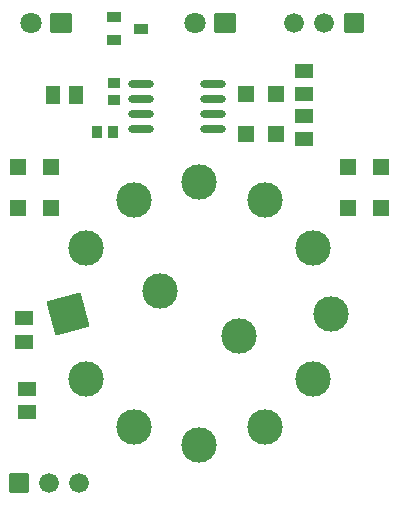
<source format=gts>
G04 Layer: TopSolderMaskLayer*
G04 EasyEDA v6.5.15, 2023-01-26 07:11:18*
G04 bc408e8c05344163a153380a18e2a67f,cd9332c1ef044f0797b2d1e08cb7fb93,10*
G04 Gerber Generator version 0.2*
G04 Scale: 100 percent, Rotated: No, Reflected: No *
G04 Dimensions in millimeters *
G04 leading zeros omitted , absolute positions ,4 integer and 5 decimal *
%FSLAX45Y45*%
%MOMM*%

%AMMACRO1*1,1,$1,$2,$3*1,1,$1,$4,$5*1,1,$1,0-$2,0-$3*1,1,$1,0-$4,0-$5*20,1,$1,$2,$3,$4,$5,0*20,1,$1,$4,$5,0-$2,0-$3,0*20,1,$1,0-$2,0-$3,0-$4,0-$5,0*20,1,$1,0-$4,0-$5,$2,$3,0*4,1,4,$2,$3,$4,$5,0-$2,0-$3,0-$4,0-$5,$2,$3,0*%
%ADD10MACRO1,0.1016X0.65X0.65X0.65X-0.65*%
%ADD11MACRO1,0.1016X-0.65X-0.65X-0.65X0.65*%
%ADD12MACRO1,0.1016X-0.6885X0.5663X0.6885X0.5663*%
%ADD13MACRO1,0.1016X-0.6885X-0.5663X0.6885X-0.5663*%
%ADD14MACRO1,0.1016X0.6885X-0.5663X-0.6885X-0.5663*%
%ADD15MACRO1,0.1016X0.6885X0.5663X-0.6885X0.5663*%
%ADD16MACRO1,0.1016X0.85X-0.7874X-0.85X-0.7874*%
%ADD17C,1.8016*%
%ADD18C,1.6764*%
%ADD19MACRO1,0.1016X0.7874X-0.7874X-0.7874X-0.7874*%
%ADD20MACRO1,0.1016X-0.45X-0.4X-0.45X0.4*%
%ADD21MACRO1,0.1016X0.4X-0.45X-0.4X-0.45*%
%ADD22MACRO1,0.1016X-0.5X0.4X0.5X0.4*%
%ADD23MACRO1,0.1016X-0.5663X-0.6885X-0.5663X0.6885*%
%ADD24MACRO1,0.1016X0.5663X-0.6885X0.5663X0.6885*%
%ADD25C,3.0033*%
%ADD26MACRO1,0.2032X-1.7147X0.99X0.99X1.7147*%
%ADD27MACRO1,0.1016X-0.7874X0.7874X0.7874X0.7874*%
%ADD28O,2.1999956000000003X0.6999986*%

%LPD*%
D10*
G01*
X368300Y-1897199D03*
G01*
X368300Y-1557200D03*
G01*
X2298700Y-1274899D03*
G01*
X2298700Y-934900D03*
D11*
G01*
X2552700Y-934900D03*
G01*
X2552700Y-1274899D03*
D12*
G01*
X2794000Y-938204D03*
D13*
G01*
X2794000Y-738195D03*
D14*
G01*
X2794000Y-1119195D03*
D15*
G01*
X2794000Y-1319204D03*
D14*
G01*
X419100Y-2833695D03*
D15*
G01*
X419100Y-3033704D03*
D14*
G01*
X444500Y-3430595D03*
D15*
G01*
X444500Y-3630604D03*
D16*
G01*
X2120898Y-330200D03*
D17*
G01*
X1866900Y-330200D03*
D16*
G01*
X736598Y-330200D03*
D17*
G01*
X482600Y-330200D03*
D18*
G01*
X2705100Y-330200D03*
G01*
X2959100Y-330200D03*
D19*
G01*
X3213100Y-330200D03*
D20*
G01*
X1181100Y-844400D03*
G01*
X1181100Y-984399D03*
D21*
G01*
X1034900Y-1257300D03*
G01*
X1174899Y-1257300D03*
D10*
G01*
X3441700Y-1897199D03*
G01*
X3441700Y-1557200D03*
G01*
X647700Y-1897199D03*
G01*
X647700Y-1557200D03*
G01*
X3162300Y-1897199D03*
G01*
X3162300Y-1557200D03*
D22*
G01*
X1180398Y-476001D03*
G01*
X1410401Y-381005D03*
G01*
X1180401Y-285998D03*
D23*
G01*
X862004Y-939800D03*
D24*
G01*
X661995Y-939800D03*
D25*
G01*
X1571609Y-2601516D03*
D26*
G01*
X794966Y-2793997D03*
D25*
G01*
X943683Y-2238984D03*
G01*
X2238390Y-2986483D03*
G01*
X1349982Y-1832683D03*
G01*
X1905002Y-1683966D03*
G01*
X2460015Y-1832683D03*
G01*
X2866316Y-2238982D03*
G01*
X3015033Y-2794002D03*
G01*
X2866316Y-3349015D03*
G01*
X2460017Y-3755316D03*
G01*
X1904997Y-3904033D03*
G01*
X1349984Y-3755316D03*
G01*
X943683Y-3349017D03*
D18*
G01*
X889000Y-4229100D03*
G01*
X635000Y-4229100D03*
D27*
G01*
X381000Y-4229100D03*
D28*
G01*
X1412239Y-850900D03*
G01*
X1412239Y-977900D03*
G01*
X1412239Y-1104900D03*
G01*
X1412239Y-1231900D03*
G01*
X2016759Y-850900D03*
G01*
X2016759Y-977900D03*
G01*
X2016759Y-1104900D03*
G01*
X2016759Y-1231900D03*
M02*

</source>
